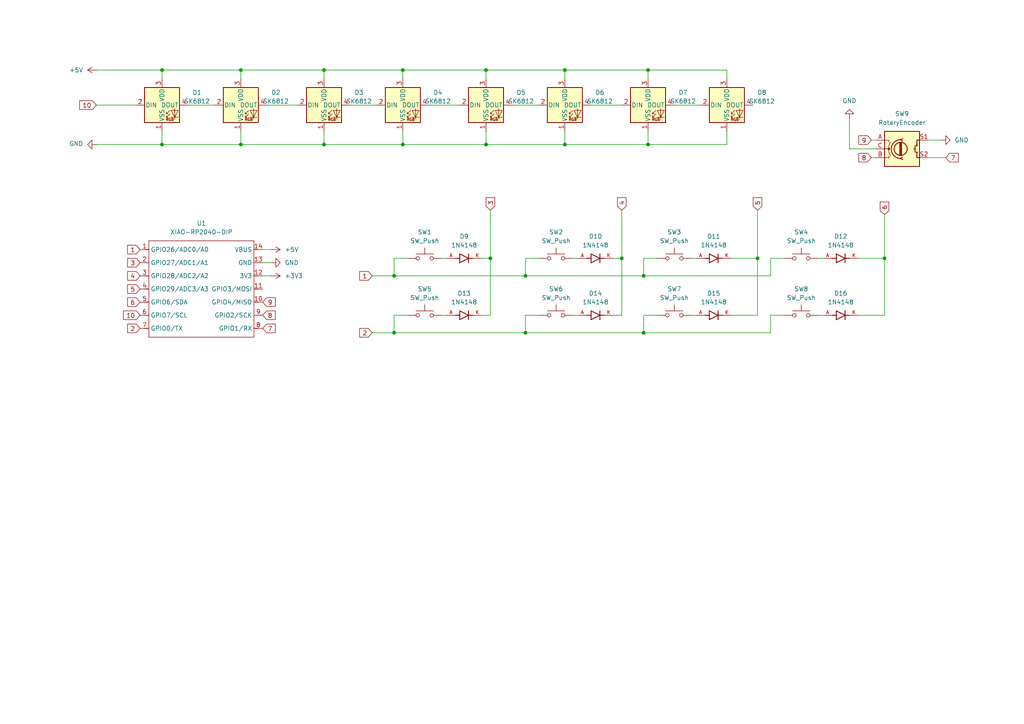
<source format=kicad_sch>
(kicad_sch (version 20231120) (generator "eeschema") (generator_version "8.0")
  (paper "A4")
  (lib_symbols
    (symbol "1N4148:1N4148" (pin_names (offset 1.016))
      (property "Reference" "D" (at -5.08 2.54 0))
      (property "Value" "1N4148" (at -5.08 -3.81 0))
      (symbol "1N4148_0_0"
        (polyline (pts (xy -2.54 0) (xy -1.27 0)) (stroke (width 0.254)))
        (polyline (pts (xy -1.27 -1.27) (xy 1.27 0)) (stroke (width 0.254)))
        (polyline (pts (xy -1.27 0) (xy -1.27 -1.27)) (stroke (width 0.254)))
        (polyline (pts (xy -1.27 1.27) (xy -1.27 0)) (stroke (width 0.254)))
        (polyline (pts (xy 1.27 0) (xy -1.27 1.27)) (stroke (width 0.254)))
        (polyline (pts (xy 1.27 0) (xy 1.27 -1.27)) (stroke (width 0.254)))
        (polyline (pts (xy 1.27 0) (xy 2.54 0)) (stroke (width 0.254)))
        (polyline (pts (xy 1.27 1.27) (xy 1.27 0)) (stroke (width 0.254)))
        (pin passive line (at -5.08 0 0) (length 2.54) (name "~") (number "A"))
        (pin passive line (at 5.08 0 180) (length 2.54) (name "~") (number "K"))
      )
    )
    (symbol "Device:RotaryEncoder_Switch" (pin_names (offset 0.254) hide)
      (property "Reference" "SW" (at 0 6.604 0))
      (property "Value" "RotaryEncoder_Switch" (at 0 -6.604 0))
      (symbol "RotaryEncoder_Switch_0_1"
        (rectangle (start -5.08 5.08) (end 5.08 -5.08) (stroke (width 0.254)) (fill (type background)))
        (circle (center -3.81 0) (radius 0.254) (fill (type outline)))
        (circle (center -0.381 0) (radius 1.905) (stroke (width 0.254)))
        (arc (start -0.381 2.667) (mid -3.0988 -0.0635) (end -0.381 -2.794) (stroke (width 0.254)))
        (polyline (pts (xy -0.635 -1.778) (xy -0.635 1.778)) (stroke (width 0.254)))
        (polyline (pts (xy -0.381 -1.778) (xy -0.381 1.778)) (stroke (width 0.254)))
        (polyline (pts (xy -0.127 1.778) (xy -0.127 -1.778)) (stroke (width 0.254)))
        (polyline (pts (xy 3.81 0) (xy 3.429 0)) (stroke (width 0.254)))
        (polyline (pts (xy 3.81 1.016) (xy 3.81 -1.016)) (stroke (width 0.254)))
        (polyline (pts (xy -5.08 -2.54) (xy -3.81 -2.54) (xy -3.81 -2.032)))
        (polyline (pts (xy -5.08 2.54) (xy -3.81 2.54) (xy -3.81 2.032)))
        (polyline (pts (xy 0.254 -3.048) (xy -0.508 -2.794) (xy 0.127 -2.413)) (stroke (width 0.254)))
        (polyline (pts (xy 0.254 2.921) (xy -0.508 2.667) (xy 0.127 2.286)) (stroke (width 0.254)))
        (polyline (pts (xy 5.08 -2.54) (xy 4.318 -2.54) (xy 4.318 -1.016)) (stroke (width 0.254)))
        (polyline (pts (xy 5.08 2.54) (xy 4.318 2.54) (xy 4.318 1.016)) (stroke (width 0.254)))
        (polyline (pts (xy -5.08 0) (xy -3.81 0) (xy -3.81 -1.016) (xy -3.302 -2.032)))
        (polyline (pts (xy -4.318 0) (xy -3.81 0) (xy -3.81 1.016) (xy -3.302 2.032)))
        (circle (center 4.318 -1.016) (radius 0.127) (stroke (width 0.254)))
        (circle (center 4.318 1.016) (radius 0.127) (stroke (width 0.254)))
      )
      (symbol "RotaryEncoder_Switch_1_1"
        (pin passive line (at -7.62 2.54 0) (length 2.54) (name "A") (number "A"))
        (pin passive line (at -7.62 -2.54 0) (length 2.54) (name "B") (number "B"))
        (pin passive line (at -7.62 0 0) (length 2.54) (name "C") (number "C"))
        (pin passive line (at 7.62 2.54 180) (length 2.54) (name "S1") (number "S1"))
        (pin passive line (at 7.62 -2.54 180) (length 2.54) (name "S2") (number "S2"))
      )
    )
    (symbol "LED:SK6812" (pin_names (offset 0.254))
      (property "Reference" "D" (at 5.08 5.715 0))
      (property "Value" "SK6812" (at 1.27 -5.715 0))
      (symbol "SK6812_0_0"
        (text "RGB" (at 2.286 -4.191 0) (effects (font (size 0.762 0.762))))
      )
      (symbol "SK6812_0_1"
        (polyline (pts (xy 1.27 -3.556) (xy 1.778 -3.556)))
        (polyline (pts (xy 1.27 -2.54) (xy 1.778 -2.54)))
        (polyline (pts (xy 4.699 -3.556) (xy 2.667 -3.556)))
        (polyline (pts (xy 2.286 -2.54) (xy 1.27 -3.556) (xy 1.27 -3.048)))
        (polyline (pts (xy 2.286 -1.524) (xy 1.27 -2.54) (xy 1.27 -2.032)))
        (polyline (pts (xy 3.683 -1.016) (xy 3.683 -3.556) (xy 3.683 -4.064)))
        (polyline (pts (xy 4.699 -1.524) (xy 2.667 -1.524) (xy 3.683 -3.556) (xy 4.699 -1.524)))
        (rectangle (start 5.08 5.08) (end -5.08 -5.08) (stroke (width 0.254)) (fill (type background)))
      )
      (symbol "SK6812_1_1"
        (pin power_in line (at 0 -7.62 90) (length 2.54) (name "VSS") (number "1"))
        (pin input line (at -7.62 0 0) (length 2.54) (name "DIN") (number "2"))
        (pin power_in line (at 0 7.62 270) (length 2.54) (name "VDD") (number "3"))
        (pin output line (at 7.62 0 180) (length 2.54) (name "DOUT") (number "4"))
      )
    )
    (symbol "OPL:XIAO-RP2040-DIP"
      (property "Reference" "U" (at 0 0 0))
      (property "Value" "XIAO-RP2040-DIP" (at 5.334 -1.778 0))
      (symbol "XIAO-RP2040-DIP_1_0"
        (polyline (pts (xy -1.27 -30.48) (xy -1.27 -16.51)) (stroke (width 0.1524)))
        (polyline (pts (xy -1.27 -27.94) (xy -2.54 -27.94)) (stroke (width 0.1524)))
        (polyline (pts (xy -1.27 -24.13) (xy -2.54 -24.13)) (stroke (width 0.1524)))
        (polyline (pts (xy -1.27 -20.32) (xy -2.54 -20.32)) (stroke (width 0.1524)))
        (polyline (pts (xy -1.27 -16.51) (xy -2.54 -16.51)) (stroke (width 0.1524)))
        (polyline (pts (xy -1.27 -16.51) (xy -1.27 -12.7)) (stroke (width 0.1524)))
        (polyline (pts (xy -1.27 -12.7) (xy -2.54 -12.7)) (stroke (width 0.1524)))
        (polyline (pts (xy -1.27 -12.7) (xy -1.27 -8.89)) (stroke (width 0.1524)))
        (polyline (pts (xy -1.27 -8.89) (xy -2.54 -8.89)) (stroke (width 0.1524)))
        (polyline (pts (xy -1.27 -8.89) (xy -1.27 -5.08)) (stroke (width 0.1524)))
        (polyline (pts (xy -1.27 -5.08) (xy -2.54 -5.08)) (stroke (width 0.1524)))
        (polyline (pts (xy -1.27 -5.08) (xy -1.27 -2.54)) (stroke (width 0.1524)))
        (polyline (pts (xy -1.27 -2.54) (xy 29.21 -2.54)) (stroke (width 0.1524)))
        (polyline (pts (xy 29.21 -30.48) (xy -1.27 -30.48)) (stroke (width 0.1524)))
        (polyline (pts (xy 29.21 -12.7) (xy 29.21 -30.48)) (stroke (width 0.1524)))
        (polyline (pts (xy 29.21 -8.89) (xy 29.21 -12.7)) (stroke (width 0.1524)))
        (polyline (pts (xy 29.21 -5.08) (xy 29.21 -8.89)) (stroke (width 0.1524)))
        (polyline (pts (xy 29.21 -2.54) (xy 29.21 -5.08)) (stroke (width 0.1524)))
        (polyline (pts (xy 30.48 -27.94) (xy 29.21 -27.94)) (stroke (width 0.1524)))
        (polyline (pts (xy 30.48 -24.13) (xy 29.21 -24.13)) (stroke (width 0.1524)))
        (polyline (pts (xy 30.48 -20.32) (xy 29.21 -20.32)) (stroke (width 0.1524)))
        (polyline (pts (xy 30.48 -16.51) (xy 29.21 -16.51)) (stroke (width 0.1524)))
        (polyline (pts (xy 30.48 -12.7) (xy 29.21 -12.7)) (stroke (width 0.1524)))
        (polyline (pts (xy 30.48 -8.89) (xy 29.21 -8.89)) (stroke (width 0.1524)))
        (polyline (pts (xy 30.48 -5.08) (xy 29.21 -5.08)) (stroke (width 0.1524)))
        (pin passive line (at -3.81 -5.08 0) (length 2.54) (name "GPIO26/ADC0/A0") (number "1"))
        (pin passive line (at 31.75 -20.32 180) (length 2.54) (name "GPIO4/MISO") (number "10"))
        (pin passive line (at 31.75 -16.51 180) (length 2.54) (name "GPIO3/MOSI") (number "11"))
        (pin passive line (at 31.75 -12.7 180) (length 2.54) (name "3V3") (number "12"))
        (pin passive line (at 31.75 -8.89 180) (length 2.54) (name "GND") (number "13"))
        (pin passive line (at 31.75 -5.08 180) (length 2.54) (name "VBUS") (number "14"))
        (pin passive line (at -3.81 -8.89 0) (length 2.54) (name "GPIO27/ADC1/A1") (number "2"))
        (pin passive line (at -3.81 -12.7 0) (length 2.54) (name "GPIO28/ADC2/A2") (number "3"))
        (pin passive line (at -3.81 -16.51 0) (length 2.54) (name "GPIO29/ADC3/A3") (number "4"))
        (pin passive line (at -3.81 -20.32 0) (length 2.54) (name "GPIO6/SDA") (number "5"))
        (pin passive line (at -3.81 -24.13 0) (length 2.54) (name "GPIO7/SCL") (number "6"))
        (pin passive line (at -3.81 -27.94 0) (length 2.54) (name "GPIO0/TX") (number "7"))
        (pin passive line (at 31.75 -27.94 180) (length 2.54) (name "GPIO1/RX") (number "8"))
        (pin passive line (at 31.75 -24.13 180) (length 2.54) (name "GPIO2/SCK") (number "9"))
      )
    )
    (symbol "Switch:SW_Push" (pin_numbers hide) (pin_names (offset 1.016) hide)
      (property "Reference" "SW" (at 1.27 2.54 0))
      (property "Value" "SW_Push" (at 0 -1.524 0))
      (symbol "SW_Push_0_1"
        (circle (center -2.032 0) (radius 0.508))
        (polyline (pts (xy 0 1.27) (xy 0 3.048)))
        (polyline (pts (xy 2.54 1.27) (xy -2.54 1.27)))
        (circle (center 2.032 0) (radius 0.508))
        (pin passive line (at -5.08 0 0) (length 2.54) (name "1") (number "1"))
        (pin passive line (at 5.08 0 180) (length 2.54) (name "2") (number "2"))
      )
    )
    (symbol "power:+5V" (power) (pin_numbers hide) (pin_names (offset 0) hide)
      (property "Value" "+5V" (at 0 3.556 0))
      (symbol "+5V_0_1"
        (polyline (pts (xy -0.762 1.27) (xy 0 2.54)))
        (polyline (pts (xy 0 0) (xy 0 2.54)))
        (polyline (pts (xy 0 2.54) (xy 0.762 1.27)))
      )
      (symbol "+5V_1_1"
        (pin power_in line (at 0 0 90) (length 0) (name "~") (number "1"))
      )
    )
    (symbol "power:GND" (power) (pin_numbers hide) (pin_names (offset 0) hide)
      (property "Value" "GND" (at 0 -3.81 0))
      (symbol "GND_0_1"
        (polyline (pts (xy 0 0) (xy 0 -1.27) (xy 1.27 -1.27) (xy 0 -2.54) (xy -1.27 -1.27) (xy 0 -1.27)))
      )
      (symbol "GND_1_1"
        (pin power_in line (at 0 0 270) (length 0) (name "~") (number "1"))
      )
    )
  )
  (junction (at 93.98 41.91))
  (junction (at 163.83 20.32))
  (junction (at 256.54 74.93))
  (junction (at 186.69 96.52))
  (junction (at 152.4 96.52))
  (junction (at 114.3 80.01))
  (junction (at 93.98 20.32))
  (junction (at 69.85 41.91))
  (junction (at 46.99 41.91))
  (junction (at 219.71 74.93))
  (junction (at 180.34 74.93))
  (junction (at 187.96 41.91))
  (junction (at 46.99 20.32))
  (junction (at 187.96 20.32))
  (junction (at 69.85 20.32))
  (junction (at 142.24 74.93))
  (junction (at 140.97 41.91))
  (junction (at 116.84 41.91))
  (junction (at 152.4 80.01))
  (junction (at 116.84 20.32))
  (junction (at 163.83 41.91))
  (junction (at 186.69 80.01))
  (junction (at 140.97 20.32))
  (junction (at 114.3 96.52))
  (wire (pts (xy 186.69 91.44) (xy 190.5 91.44)))
  (wire (pts (xy 219.71 74.93) (xy 219.71 60.96)))
  (wire (pts (xy 140.97 41.91) (xy 163.83 41.91)))
  (wire (pts (xy 124.46 30.48) (xy 133.35 30.48)))
  (wire (pts (xy 140.97 20.32) (xy 140.97 22.86)))
  (wire (pts (xy 223.52 91.44) (xy 223.52 96.52)))
  (wire (pts (xy 212.09 91.44) (xy 219.71 91.44)))
  (wire (pts (xy 93.98 20.32) (xy 93.98 22.86)))
  (wire (pts (xy 152.4 91.44) (xy 152.4 96.52)))
  (wire (pts (xy 152.4 91.44) (xy 156.21 91.44)))
  (wire (pts (xy 114.3 91.44) (xy 118.11 91.44)))
  (wire (pts (xy 116.84 20.32) (xy 140.97 20.32)))
  (wire (pts (xy 116.84 38.1) (xy 116.84 41.91)))
  (wire (pts (xy 237.49 91.44) (xy 238.76 91.44)))
  (wire (pts (xy 116.84 41.91) (xy 140.97 41.91)))
  (wire (pts (xy 248.92 91.44) (xy 256.54 91.44)))
  (wire (pts (xy 46.99 38.1) (xy 46.99 41.91)))
  (wire (pts (xy 212.09 74.93) (xy 219.71 74.93)))
  (wire (pts (xy 139.7 91.44) (xy 142.24 91.44)))
  (wire (pts (xy 195.58 30.48) (xy 203.2 30.48)))
  (wire (pts (xy 46.99 20.32) (xy 69.85 20.32)))
  (wire (pts (xy 46.99 41.91) (xy 69.85 41.91)))
  (wire (pts (xy 69.85 41.91) (xy 93.98 41.91)))
  (wire (pts (xy 140.97 20.32) (xy 163.83 20.32)))
  (wire (pts (xy 152.4 96.52) (xy 114.3 96.52)))
  (wire (pts (xy 219.71 91.44) (xy 219.71 74.93)))
  (wire (pts (xy 210.82 41.91) (xy 210.82 38.1)))
  (wire (pts (xy 69.85 20.32) (xy 93.98 20.32)))
  (wire (pts (xy 101.6 30.48) (xy 109.22 30.48)))
  (wire (pts (xy 54.61 30.48) (xy 62.23 30.48)))
  (wire (pts (xy 140.97 38.1) (xy 140.97 41.91)))
  (wire (pts (xy 200.66 91.44) (xy 201.93 91.44)))
  (wire (pts (xy 76.2 72.39) (xy 78.74 72.39)))
  (wire (pts (xy 93.98 20.32) (xy 116.84 20.32)))
  (wire (pts (xy 148.59 30.48) (xy 156.21 30.48)))
  (wire (pts (xy 69.85 38.1) (xy 69.85 41.91)))
  (wire (pts (xy 180.34 91.44) (xy 180.34 74.93)))
  (wire (pts (xy 187.96 41.91) (xy 210.82 41.91)))
  (wire (pts (xy 107.95 80.01) (xy 114.3 80.01)))
  (wire (pts (xy 163.83 20.32) (xy 187.96 20.32)))
  (wire (pts (xy 163.83 41.91) (xy 187.96 41.91)))
  (wire (pts (xy 252.73 40.64) (xy 254 40.64)))
  (wire (pts (xy 163.83 38.1) (xy 163.83 41.91)))
  (wire (pts (xy 187.96 20.32) (xy 210.82 20.32)))
  (wire (pts (xy 269.24 40.64) (xy 273.05 40.64)))
  (wire (pts (xy 107.95 96.52) (xy 114.3 96.52)))
  (wire (pts (xy 46.99 20.32) (xy 46.99 22.86)))
  (wire (pts (xy 139.7 74.93) (xy 142.24 74.93)))
  (wire (pts (xy 186.69 80.01) (xy 223.52 80.01)))
  (wire (pts (xy 166.37 91.44) (xy 167.64 91.44)))
  (wire (pts (xy 246.38 43.18) (xy 254 43.18)))
  (wire (pts (xy 269.24 45.72) (xy 274.32 45.72)))
  (wire (pts (xy 166.37 74.93) (xy 167.64 74.93)))
  (wire (pts (xy 223.52 74.93) (xy 227.33 74.93)))
  (wire (pts (xy 223.52 91.44) (xy 227.33 91.44)))
  (wire (pts (xy 187.96 38.1) (xy 187.96 41.91)))
  (wire (pts (xy 152.4 80.01) (xy 186.69 80.01)))
  (wire (pts (xy 114.3 74.93) (xy 118.11 74.93)))
  (wire (pts (xy 152.4 74.93) (xy 156.21 74.93)))
  (wire (pts (xy 152.4 96.52) (xy 186.69 96.52)))
  (wire (pts (xy 248.92 74.93) (xy 256.54 74.93)))
  (wire (pts (xy 186.69 74.93) (xy 186.69 80.01)))
  (wire (pts (xy 27.94 41.91) (xy 46.99 41.91)))
  (wire (pts (xy 177.8 74.93) (xy 180.34 74.93)))
  (wire (pts (xy 163.83 20.32) (xy 163.83 22.86)))
  (wire (pts (xy 256.54 91.44) (xy 256.54 74.93)))
  (wire (pts (xy 210.82 20.32) (xy 210.82 22.86)))
  (wire (pts (xy 93.98 38.1) (xy 93.98 41.91)))
  (wire (pts (xy 180.34 74.93) (xy 180.34 60.96)))
  (wire (pts (xy 186.69 91.44) (xy 186.69 96.52)))
  (wire (pts (xy 128.27 74.93) (xy 129.54 74.93)))
  (wire (pts (xy 93.98 41.91) (xy 116.84 41.91)))
  (wire (pts (xy 116.84 20.32) (xy 116.84 22.86)))
  (wire (pts (xy 142.24 60.96) (xy 142.24 74.93)))
  (wire (pts (xy 152.4 74.93) (xy 152.4 80.01)))
  (wire (pts (xy 246.38 34.29) (xy 246.38 43.18)))
  (wire (pts (xy 186.69 74.93) (xy 190.5 74.93)))
  (wire (pts (xy 223.52 74.93) (xy 223.52 80.01)))
  (wire (pts (xy 27.94 30.48) (xy 39.37 30.48)))
  (wire (pts (xy 200.66 74.93) (xy 201.93 74.93)))
  (wire (pts (xy 187.96 20.32) (xy 187.96 22.86)))
  (wire (pts (xy 237.49 74.93) (xy 238.76 74.93)))
  (wire (pts (xy 142.24 74.93) (xy 142.24 91.44)))
  (wire (pts (xy 114.3 96.52) (xy 114.3 91.44)))
  (wire (pts (xy 27.94 20.32) (xy 46.99 20.32)))
  (wire (pts (xy 252.73 45.72) (xy 254 45.72)))
  (wire (pts (xy 171.45 30.48) (xy 180.34 30.48)))
  (wire (pts (xy 177.8 91.44) (xy 180.34 91.44)))
  (wire (pts (xy 152.4 80.01) (xy 114.3 80.01)))
  (wire (pts (xy 114.3 80.01) (xy 114.3 74.93)))
  (wire (pts (xy 129.54 91.44) (xy 128.27 91.44)))
  (wire (pts (xy 77.47 30.48) (xy 86.36 30.48)))
  (wire (pts (xy 186.69 96.52) (xy 223.52 96.52)))
  (wire (pts (xy 69.85 20.32) (xy 69.85 22.86)))
  (wire (pts (xy 256.54 74.93) (xy 256.54 62.23)))
  (wire (pts (xy 78.74 76.2) (xy 76.2 76.2)))
  (wire (pts (xy 76.2 80.01) (xy 78.74 80.01)))
  (global_label "10" (shape input) (at 40.64 91.44 180) (property "Intersheetrefs" "${INTERSHEET_REFS}" (effects (hide yes))))
  (global_label "1" (shape input) (at 40.64 72.39 180) (property "Intersheetrefs" "${INTERSHEET_REFS}" (effects (hide yes))))
  (global_label "10" (shape input) (at 27.94 30.48 180) (property "Intersheetrefs" "${INTERSHEET_REFS}" (effects (hide yes))))
  (global_label "9" (shape input) (at 76.2 87.63 0) (property "Intersheetrefs" "${INTERSHEET_REFS}" (effects (hide yes))))
  (global_label "3" (shape input) (at 142.24 60.96 90) (property "Intersheetrefs" "${INTERSHEET_REFS}" (effects (hide yes))))
  (global_label "2" (shape input) (at 107.95 96.52 180) (property "Intersheetrefs" "${INTERSHEET_REFS}" (effects (hide yes))))
  (global_label "4" (shape input) (at 180.34 60.96 90) (property "Intersheetrefs" "${INTERSHEET_REFS}" (effects (hide yes))))
  (global_label "6" (shape input) (at 256.54 62.23 90) (property "Intersheetrefs" "${INTERSHEET_REFS}" (effects (hide yes))))
  (global_label "1" (shape input) (at 107.95 80.01 180) (property "Intersheetrefs" "${INTERSHEET_REFS}" (effects (hide yes))))
  (global_label "7" (shape input) (at 76.2 95.25 0) (property "Intersheetrefs" "${INTERSHEET_REFS}" (effects (hide yes))))
  (global_label "9" (shape input) (at 252.73 40.64 180) (property "Intersheetrefs" "${INTERSHEET_REFS}" (effects (hide yes))))
  (global_label "7" (shape input) (at 274.32 45.72 0) (property "Intersheetrefs" "${INTERSHEET_REFS}" (effects (hide yes))))
  (global_label "4" (shape input) (at 40.64 80.01 180) (property "Intersheetrefs" "${INTERSHEET_REFS}" (effects (hide yes))))
  (global_label "5" (shape input) (at 40.64 83.82 180) (property "Intersheetrefs" "${INTERSHEET_REFS}" (effects (hide yes))))
  (global_label "3" (shape input) (at 40.64 76.2 180) (property "Intersheetrefs" "${INTERSHEET_REFS}" (effects (hide yes))))
  (global_label "8" (shape input) (at 252.73 45.72 180) (property "Intersheetrefs" "${INTERSHEET_REFS}" (effects (hide yes))))
  (global_label "6" (shape input) (at 40.64 87.63 180) (property "Intersheetrefs" "${INTERSHEET_REFS}" (effects (hide yes))))
  (global_label "5" (shape input) (at 219.71 60.96 90) (property "Intersheetrefs" "${INTERSHEET_REFS}" (effects (hide yes))))
  (global_label "8" (shape input) (at 76.2 91.44 0) (property "Intersheetrefs" "${INTERSHEET_REFS}" (effects (hide yes))))
  (global_label "2" (shape input) (at 40.64 95.25 180) (property "Intersheetrefs" "${INTERSHEET_REFS}" (effects (hide yes))))
  (symbol (lib_id "1N4148:1N4148") (at 243.84 74.93 0) (unit 1)
    (property "Reference" "D12" (at 243.84 68.58 0))
    (property "Value" "1N4148" (at 243.84 71.12 0))
    (property "Footprint" "1N4148:DIOAD753W49L380D172B" (effects (hide yes)))
    (property "MF" "onsemi" (effects (hide yes)))
    (property "MAXIMUM_PACKAGE_HEIGHT" "1.91mm" (effects (hide yes)))
    (property "Package" "AXIAL LEAD-2 ON Semiconductor" (effects (hide yes)))
    (property "Price" "None" (effects (hide yes)))
    (property "Check_prices" "https://www.snapeda.com/parts/1N4148/Onsemi/view-part/?ref=eda" (effects (hide yes)))
    (property "STANDARD" "IPC-7351B" (effects (hide yes)))
    (property "PARTREV" "5" (effects (hide yes)))
    (property "SnapEDA_Link" "https://www.snapeda.com/parts/1N4148/Onsemi/view-part/?ref=snap" (effects (hide yes)))
    (property "MP" "1N4148" (effects (hide yes)))
    (property "Description_1" "\n                        \n                            Diode Standard 75V 200mA Surface Mount SOD-523F\n                        \n" (effects (hide yes)))
    (property "Availability" "In Stock" (effects (hide yes)))
    (property "MANUFACTURER" "Onsemi" (effects (hide yes)))
  )
  (symbol (lib_id "Switch:SW_Push") (at 232.41 74.93 0) (unit 1)
    (property "Reference" "SW4" (at 232.41 67.31 0))
    (property "Value" "SW_Push" (at 232.41 69.85 0))
    (property "Footprint" "Button_Switch_Keyboard:SW_Cherry_MX_1.00u_PCB" (effects (hide yes)))
    (property "Description" "Push button switch, generic, two pins" (effects (hide yes)))
  )
  (symbol (lib_id "Switch:SW_Push") (at 195.58 74.93 0) (unit 1)
    (property "Reference" "SW3" (at 195.58 67.31 0))
    (property "Value" "SW_Push" (at 195.58 69.85 0))
    (property "Footprint" "Button_Switch_Keyboard:SW_Cherry_MX_1.00u_PCB" (effects (hide yes)))
    (property "Description" "Push button switch, generic, two pins" (effects (hide yes)))
  )
  (symbol (lib_id "Switch:SW_Push") (at 161.29 74.93 0) (unit 1)
    (property "Reference" "SW2" (at 161.29 67.31 0))
    (property "Value" "SW_Push" (at 161.29 69.85 0))
    (property "Footprint" "Button_Switch_Keyboard:SW_Cherry_MX_1.00u_PCB" (effects (hide yes)))
    (property "Description" "Push button switch, generic, two pins" (effects (hide yes)))
  )
  (symbol (lib_id "LED:SK6812") (at 187.96 30.48 0) (unit 1)
    (property "Reference" "D7" (at 198.12 26.832 0))
    (property "Value" "SK6812" (at 198.12 29.372 0))
    (property "Footprint" "SK6812 Rev:MX-1U-SK6812Mini-E" (effects (hide yes)))
    (property "Datasheet" "https://cdn-shop.adafruit.com/product-files/1138/SK6812+LED+datasheet+.pdf" (effects (hide yes)))
    (property "Description" "RGB LED with integrated controller" (effects (hide yes)))
  )
  (symbol (lib_id "1N4148:1N4148") (at 243.84 91.44 0) (unit 1)
    (property "Reference" "D16" (at 243.84 85.09 0))
    (property "Value" "1N4148" (at 243.84 87.63 0))
    (property "Footprint" "1N4148:DIOAD753W49L380D172B" (effects (hide yes)))
    (property "MF" "onsemi" (effects (hide yes)))
    (property "MAXIMUM_PACKAGE_HEIGHT" "1.91mm" (effects (hide yes)))
    (property "Package" "AXIAL LEAD-2 ON Semiconductor" (effects (hide yes)))
    (property "Price" "None" (effects (hide yes)))
    (property "Check_prices" "https://www.snapeda.com/parts/1N4148/Onsemi/view-part/?ref=eda" (effects (hide yes)))
    (property "STANDARD" "IPC-7351B" (effects (hide yes)))
    (property "PARTREV" "5" (effects (hide yes)))
    (property "SnapEDA_Link" "https://www.snapeda.com/parts/1N4148/Onsemi/view-part/?ref=snap" (effects (hide yes)))
    (property "MP" "1N4148" (effects (hide yes)))
    (property "Description_1" "\n                        \n                            Diode Standard 75V 200mA Surface Mount SOD-523F\n                        \n" (effects (hide yes)))
    (property "Availability" "In Stock" (effects (hide yes)))
    (property "MANUFACTURER" "Onsemi" (effects (hide yes)))
  )
  (symbol (lib_id "LED:SK6812") (at 93.98 30.48 0) (unit 1)
    (property "Reference" "D3" (at 104.14 26.832 0))
    (property "Value" "SK6812" (at 104.14 29.372 0))
    (property "Footprint" "SK6812 Rev:MX-1U-SK6812Mini-E" (effects (hide yes)))
    (property "Datasheet" "https://cdn-shop.adafruit.com/product-files/1138/SK6812+LED+datasheet+.pdf" (effects (hide yes)))
    (property "Description" "RGB LED with integrated controller" (effects (hide yes)))
  )
  (symbol (lib_id "1N4148:1N4148") (at 207.01 91.44 0) (unit 1)
    (property "Reference" "D15" (at 207.01 85.09 0))
    (property "Value" "1N4148" (at 207.01 87.63 0))
    (property "Footprint" "1N4148:DIOAD753W49L380D172B" (effects (hide yes)))
    (property "MF" "onsemi" (effects (hide yes)))
    (property "MAXIMUM_PACKAGE_HEIGHT" "1.91mm" (effects (hide yes)))
    (property "Package" "AXIAL LEAD-2 ON Semiconductor" (effects (hide yes)))
    (property "Price" "None" (effects (hide yes)))
    (property "Check_prices" "https://www.snapeda.com/parts/1N4148/Onsemi/view-part/?ref=eda" (effects (hide yes)))
    (property "STANDARD" "IPC-7351B" (effects (hide yes)))
    (property "PARTREV" "5" (effects (hide yes)))
    (property "SnapEDA_Link" "https://www.snapeda.com/parts/1N4148/Onsemi/view-part/?ref=snap" (effects (hide yes)))
    (property "MP" "1N4148" (effects (hide yes)))
    (property "Description_1" "\n                        \n                            Diode Standard 75V 200mA Surface Mount SOD-523F\n                        \n" (effects (hide yes)))
    (property "Availability" "In Stock" (effects (hide yes)))
    (property "MANUFACTURER" "Onsemi" (effects (hide yes)))
  )
  (symbol (lib_id "Switch:SW_Push") (at 123.19 74.93 0) (unit 1)
    (property "Reference" "SW1" (at 123.19 67.31 0))
    (property "Value" "SW_Push" (at 123.19 69.85 0))
    (property "Footprint" "Button_Switch_Keyboard:SW_Cherry_MX_1.00u_PCB" (effects (hide yes)))
    (property "Description" "Push button switch, generic, two pins" (effects (hide yes)))
  )
  (symbol (lib_id "power:GND") (at 246.38 34.29 180) (unit 1)
    (property "Reference" "#PWR07" (effects (hide yes)))
    (property "Value" "GND" (at 246.38 29.21 0))
    (property "Description" "Power symbol creates a global label with name \"GND\" , ground" (effects (hide yes)))
  )
  (symbol (lib_id "1N4148:1N4148") (at 207.01 74.93 0) (unit 1)
    (property "Reference" "D11" (at 207.01 68.58 0))
    (property "Value" "1N4148" (at 207.01 71.12 0))
    (property "Footprint" "1N4148:DIOAD753W49L380D172B" (effects (hide yes)))
    (property "MF" "onsemi" (effects (hide yes)))
    (property "MAXIMUM_PACKAGE_HEIGHT" "1.91mm" (effects (hide yes)))
    (property "Package" "AXIAL LEAD-2 ON Semiconductor" (effects (hide yes)))
    (property "Price" "None" (effects (hide yes)))
    (property "Check_prices" "https://www.snapeda.com/parts/1N4148/Onsemi/view-part/?ref=eda" (effects (hide yes)))
    (property "STANDARD" "IPC-7351B" (effects (hide yes)))
    (property "PARTREV" "5" (effects (hide yes)))
    (property "SnapEDA_Link" "https://www.snapeda.com/parts/1N4148/Onsemi/view-part/?ref=snap" (effects (hide yes)))
    (property "MP" "1N4148" (effects (hide yes)))
    (property "Description_1" "\n                        \n                            Diode Standard 75V 200mA Surface Mount SOD-523F\n                        \n" (effects (hide yes)))
    (property "Availability" "In Stock" (effects (hide yes)))
    (property "MANUFACTURER" "Onsemi" (effects (hide yes)))
  )
  (symbol (lib_id "LED:SK6812") (at 140.97 30.48 0) (unit 1)
    (property "Reference" "D5" (at 151.13 26.832 0))
    (property "Value" "SK6812" (at 151.13 29.372 0))
    (property "Footprint" "SK6812 Rev:MX-1U-SK6812Mini-E" (effects (hide yes)))
    (property "Datasheet" "https://cdn-shop.adafruit.com/product-files/1138/SK6812+LED+datasheet+.pdf" (effects (hide yes)))
    (property "Description" "RGB LED with integrated controller" (effects (hide yes)))
  )
  (symbol (lib_id "power:+5V") (at 78.74 72.39 270) (unit 1)
    (property "Reference" "#PWR03" (effects (hide yes)))
    (property "Value" "+5V" (at 82.55 72.3899 90) (effects (justify left)))
    (property "Description" "Power symbol creates a global label with name \"+5V\"" (effects (hide yes)))
  )
  (symbol (lib_id "Switch:SW_Push") (at 161.29 91.44 0) (unit 1)
    (property "Reference" "SW6" (at 161.29 83.82 0))
    (property "Value" "SW_Push" (at 161.29 86.36 0))
    (property "Footprint" "Button_Switch_Keyboard:SW_Cherry_MX_1.00u_PCB" (effects (hide yes)))
    (property "Description" "Push button switch, generic, two pins" (effects (hide yes)))
  )
  (symbol (lib_id "power:+5V") (at 78.74 80.01 270) (unit 1)
    (property "Reference" "#PWR06" (effects (hide yes)))
    (property "Value" "+3V3" (at 82.55 80.0099 90) (effects (justify left)))
    (property "Description" "Power symbol creates a global label with name \"+5V\"" (effects (hide yes)))
  )
  (symbol (lib_id "LED:SK6812") (at 210.82 30.48 0) (unit 1)
    (property "Reference" "D8" (at 220.98 26.832 0))
    (property "Value" "SK6812" (at 220.98 29.372 0))
    (property "Footprint" "SK6812 Rev:MX-1U-SK6812Mini-E" (effects (hide yes)))
    (property "Datasheet" "https://cdn-shop.adafruit.com/product-files/1138/SK6812+LED+datasheet+.pdf" (effects (hide yes)))
    (property "Description" "RGB LED with integrated controller" (effects (hide yes)))
  )
  (symbol (lib_id "Switch:SW_Push") (at 123.19 91.44 0) (unit 1)
    (property "Reference" "SW5" (at 123.19 83.82 0))
    (property "Value" "SW_Push" (at 123.19 86.36 0))
    (property "Footprint" "Button_Switch_Keyboard:SW_Cherry_MX_1.00u_PCB" (effects (hide yes)))
    (property "Description" "Push button switch, generic, two pins" (effects (hide yes)))
  )
  (symbol (lib_id "Switch:SW_Push") (at 195.58 91.44 0) (unit 1)
    (property "Reference" "SW7" (at 195.58 83.82 0))
    (property "Value" "SW_Push" (at 195.58 86.36 0))
    (property "Footprint" "Button_Switch_Keyboard:SW_Cherry_MX_1.00u_PCB" (effects (hide yes)))
    (property "Description" "Push button switch, generic, two pins" (effects (hide yes)))
  )
  (symbol (lib_id "LED:SK6812") (at 46.99 30.48 0) (unit 1)
    (property "Reference" "D1" (at 57.15 26.832 0))
    (property "Value" "SK6812" (at 57.15 29.372 0))
    (property "Footprint" "SK6812 Rev:MX-1U-SK6812Mini-E" (effects (hide yes)))
    (property "Datasheet" "https://cdn-shop.adafruit.com/product-files/1138/SK6812+LED+datasheet+.pdf" (effects (hide yes)))
    (property "Description" "RGB LED with integrated controller" (effects (hide yes)))
  )
  (symbol (lib_id "OPL:XIAO-RP2040-DIP") (at 44.45 67.31 0) (unit 1)
    (property "Reference" "U1" (at 58.42 64.77 0))
    (property "Value" "XIAO-RP2040-DIP" (at 58.42 67.31 0))
    (property "Footprint" "OPL:XIAO-RP2040-DIP" (effects (hide yes)))
  )
  (symbol (lib_id "1N4148:1N4148") (at 134.62 91.44 0) (unit 1)
    (property "Reference" "D13" (at 134.62 85.09 0))
    (property "Value" "1N4148" (at 134.62 87.63 0))
    (property "Footprint" "1N4148:DIOAD753W49L380D172B" (effects (hide yes)))
    (property "MF" "onsemi" (effects (hide yes)))
    (property "MAXIMUM_PACKAGE_HEIGHT" "1.91mm" (effects (hide yes)))
    (property "Package" "AXIAL LEAD-2 ON Semiconductor" (effects (hide yes)))
    (property "Price" "None" (effects (hide yes)))
    (property "Check_prices" "https://www.snapeda.com/parts/1N4148/Onsemi/view-part/?ref=eda" (effects (hide yes)))
    (property "STANDARD" "IPC-7351B" (effects (hide yes)))
    (property "PARTREV" "5" (effects (hide yes)))
    (property "SnapEDA_Link" "https://www.snapeda.com/parts/1N4148/Onsemi/view-part/?ref=snap" (effects (hide yes)))
    (property "MP" "1N4148" (effects (hide yes)))
    (property "Description_1" "\n                        \n                            Diode Standard 75V 200mA Surface Mount SOD-523F\n                        \n" (effects (hide yes)))
    (property "Availability" "In Stock" (effects (hide yes)))
    (property "MANUFACTURER" "Onsemi" (effects (hide yes)))
  )
  (symbol (lib_id "power:GND") (at 273.05 40.64 90) (unit 1)
    (property "Reference" "#PWR01" (effects (hide yes)))
    (property "Value" "GND" (at 276.86 40.6399 90) (effects (justify right)))
    (property "Description" "Power symbol creates a global label with name \"GND\" , ground" (effects (hide yes)))
  )
  (symbol (lib_id "power:+5V") (at 27.94 20.32 90) (unit 1)
    (property "Reference" "#PWR04" (effects (hide yes)))
    (property "Value" "+5V" (at 24.13 20.3201 90) (effects (justify left)))
    (property "Description" "Power symbol creates a global label with name \"+5V\"" (effects (hide yes)))
  )
  (symbol (lib_id "Device:RotaryEncoder_Switch") (at 261.62 43.18 0) (unit 1)
    (property "Reference" "SW9" (at 261.62 33.02 0))
    (property "Value" "RotaryEncoder" (at 261.62 35.56 0))
    (property "Footprint" "Encoder:RotaryEncoder_Alps_EC11E-Switch_Vertical_H20mm_CircularMountingHoles" (effects (hide yes)))
    (property "Description" "Rotary encoder, dual channel, incremental quadrate outputs, with switch" (effects (hide yes)))
  )
  (symbol (lib_id "power:GND") (at 78.74 76.2 90) (unit 1)
    (property "Reference" "#PWR02" (effects (hide yes)))
    (property "Value" "GND" (at 82.55 76.1999 90) (effects (justify right)))
    (property "Description" "Power symbol creates a global label with name \"GND\" , ground" (effects (hide yes)))
  )
  (symbol (lib_id "Switch:SW_Push") (at 232.41 91.44 0) (unit 1)
    (property "Reference" "SW8" (at 232.41 83.82 0))
    (property "Value" "SW_Push" (at 232.41 86.36 0))
    (property "Footprint" "Button_Switch_Keyboard:SW_Cherry_MX_1.00u_PCB" (effects (hide yes)))
    (property "Description" "Push button switch, generic, two pins" (effects (hide yes)))
  )
  (symbol (lib_id "1N4148:1N4148") (at 172.72 74.93 0) (unit 1)
    (property "Reference" "D10" (at 172.72 68.58 0))
    (property "Value" "1N4148" (at 172.72 71.12 0))
    (property "Footprint" "1N4148:DIOAD753W49L380D172B" (effects (hide yes)))
    (property "MF" "onsemi" (effects (hide yes)))
    (property "MAXIMUM_PACKAGE_HEIGHT" "1.91mm" (effects (hide yes)))
    (property "Package" "AXIAL LEAD-2 ON Semiconductor" (effects (hide yes)))
    (property "Price" "None" (effects (hide yes)))
    (property "Check_prices" "https://www.snapeda.com/parts/1N4148/Onsemi/view-part/?ref=eda" (effects (hide yes)))
    (property "STANDARD" "IPC-7351B" (effects (hide yes)))
    (property "PARTREV" "5" (effects (hide yes)))
    (property "SnapEDA_Link" "https://www.snapeda.com/parts/1N4148/Onsemi/view-part/?ref=snap" (effects (hide yes)))
    (property "MP" "1N4148" (effects (hide yes)))
    (property "Description_1" "\n                        \n                            Diode Standard 75V 200mA Surface Mount SOD-523F\n                        \n" (effects (hide yes)))
    (property "Availability" "In Stock" (effects (hide yes)))
    (property "MANUFACTURER" "Onsemi" (effects (hide yes)))
  )
  (symbol (lib_id "power:GND") (at 27.94 41.91 270) (unit 1)
    (property "Reference" "#PWR05" (effects (hide yes)))
    (property "Value" "GND" (at 24.13 41.656 90) (effects (justify right)))
    (property "Description" "Power symbol creates a global label with name \"GND\" , ground" (effects (hide yes)))
  )
  (symbol (lib_id "1N4148:1N4148") (at 134.62 74.93 0) (unit 1)
    (property "Reference" "D9" (at 134.62 68.58 0))
    (property "Value" "1N4148" (at 134.62 71.12 0))
    (property "Footprint" "1N4148:DIOAD753W49L380D172B" (effects (hide yes)))
    (property "MF" "onsemi" (effects (hide yes)))
    (property "MAXIMUM_PACKAGE_HEIGHT" "1.91mm" (effects (hide yes)))
    (property "Package" "AXIAL LEAD-2 ON Semiconductor" (effects (hide yes)))
    (property "Price" "None" (effects (hide yes)))
    (property "Check_prices" "https://www.snapeda.com/parts/1N4148/Onsemi/view-part/?ref=eda" (effects (hide yes)))
    (property "STANDARD" "IPC-7351B" (effects (hide yes)))
    (property "PARTREV" "5" (effects (hide yes)))
    (property "SnapEDA_Link" "https://www.snapeda.com/parts/1N4148/Onsemi/view-part/?ref=snap" (effects (hide yes)))
    (property "MP" "1N4148" (effects (hide yes)))
    (property "Description_1" "\n                        \n                            Diode Standard 75V 200mA Surface Mount SOD-523F\n                        \n" (effects (hide yes)))
    (property "Availability" "In Stock" (effects (hide yes)))
    (property "MANUFACTURER" "Onsemi" (effects (hide yes)))
  )
  (symbol (lib_id "1N4148:1N4148") (at 172.72 91.44 0) (unit 1)
    (property "Reference" "D14" (at 172.72 85.09 0))
    (property "Value" "1N4148" (at 172.72 87.63 0))
    (property "Footprint" "1N4148:DIOAD753W49L380D172B" (effects (hide yes)))
    (property "MF" "onsemi" (effects (hide yes)))
    (property "MAXIMUM_PACKAGE_HEIGHT" "1.91mm" (effects (hide yes)))
    (property "Package" "AXIAL LEAD-2 ON Semiconductor" (effects (hide yes)))
    (property "Price" "None" (effects (hide yes)))
    (property "Check_prices" "https://www.snapeda.com/parts/1N4148/Onsemi/view-part/?ref=eda" (effects (hide yes)))
    (property "STANDARD" "IPC-7351B" (effects (hide yes)))
    (property "PARTREV" "5" (effects (hide yes)))
    (property "SnapEDA_Link" "https://www.snapeda.com/parts/1N4148/Onsemi/view-part/?ref=snap" (effects (hide yes)))
    (property "MP" "1N4148" (effects (hide yes)))
    (property "Description_1" "\n                        \n                            Diode Standard 75V 200mA Surface Mount SOD-523F\n                        \n" (effects (hide yes)))
    (property "Availability" "In Stock" (effects (hide yes)))
    (property "MANUFACTURER" "Onsemi" (effects (hide yes)))
  )
  (symbol (lib_id "LED:SK6812") (at 163.83 30.48 0) (unit 1)
    (property "Reference" "D6" (at 173.99 26.832 0))
    (property "Value" "SK6812" (at 173.99 29.372 0))
    (property "Footprint" "SK6812 Rev:MX-1U-SK6812Mini-E" (effects (hide yes)))
    (property "Datasheet" "https://cdn-shop.adafruit.com/product-files/1138/SK6812+LED+datasheet+.pdf" (effects (hide yes)))
    (property "Description" "RGB LED with integrated controller" (effects (hide yes)))
  )
  (symbol (lib_id "LED:SK6812") (at 69.85 30.48 0) (unit 1)
    (property "Reference" "D2" (at 80.01 26.832 0))
    (property "Value" "SK6812" (at 80.01 29.372 0))
    (property "Footprint" "SK6812 Rev:MX-1U-SK6812Mini-E" (effects (hide yes)))
    (property "Datasheet" "https://cdn-shop.adafruit.com/product-files/1138/SK6812+LED+datasheet+.pdf" (effects (hide yes)))
    (property "Description" "RGB LED with integrated controller" (effects (hide yes)))
  )
  (symbol (lib_id "LED:SK6812") (at 116.84 30.48 0) (unit 1)
    (property "Reference" "D4" (at 127 26.832 0))
    (property "Value" "SK6812" (at 127 29.372 0))
    (property "Footprint" "SK6812 Rev:MX-1U-SK6812Mini-E" (effects (hide yes)))
    (property "Datasheet" "https://cdn-shop.adafruit.com/product-files/1138/SK6812+LED+datasheet+.pdf" (effects (hide yes)))
    (property "Description" "RGB LED with integrated controller" (effects (hide yes)))
  )
)
</source>
